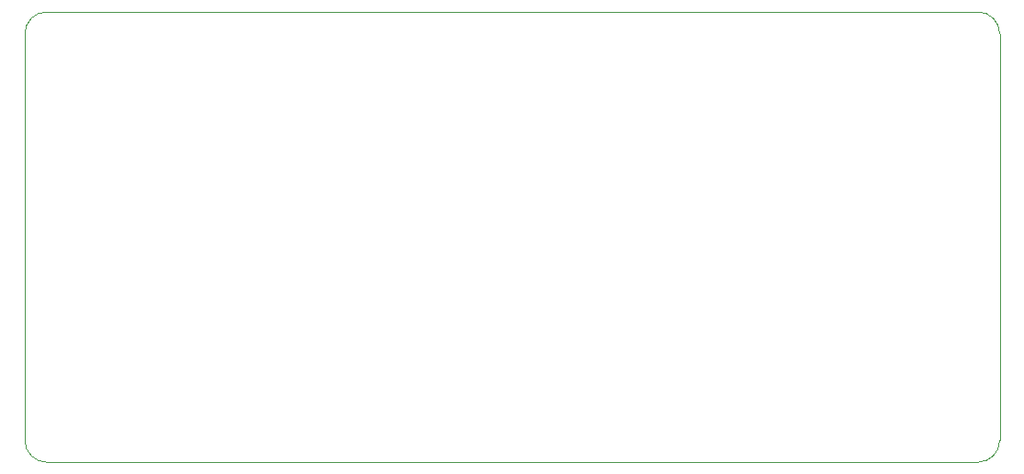
<source format=gbr>
%TF.GenerationSoftware,KiCad,Pcbnew,8.0.2*%
%TF.CreationDate,2024-07-12T01:17:03+08:00*%
%TF.ProjectId,bldcDriver,626c6463-4472-4697-9665-722e6b696361,rev?*%
%TF.SameCoordinates,Original*%
%TF.FileFunction,Profile,NP*%
%FSLAX46Y46*%
G04 Gerber Fmt 4.6, Leading zero omitted, Abs format (unit mm)*
G04 Created by KiCad (PCBNEW 8.0.2) date 2024-07-12 01:17:03*
%MOMM*%
%LPD*%
G01*
G04 APERTURE LIST*
%TA.AperFunction,Profile*%
%ADD10C,0.100000*%
%TD*%
G04 APERTURE END LIST*
D10*
X32454998Y-70190000D02*
X32454998Y-32690000D01*
X34454998Y-72190000D02*
G75*
G02*
X32455000Y-70190000I2J2000000D01*
G01*
X120235841Y-72190000D02*
X119354998Y-72190000D01*
X120235841Y-30690000D02*
G75*
G02*
X122235800Y-32690000I-41J-2000000D01*
G01*
X122235841Y-32690000D02*
X122235841Y-70190000D01*
X34454998Y-30690000D02*
X119354998Y-30690000D01*
X122235841Y-70190000D02*
G75*
G02*
X120235841Y-72190041I-2000041J0D01*
G01*
X32454998Y-32690000D02*
G75*
G02*
X34454998Y-30689998I2000002J0D01*
G01*
X119354998Y-72190000D02*
X34454998Y-72190000D01*
X119354998Y-30690000D02*
X120235841Y-30690000D01*
M02*

</source>
